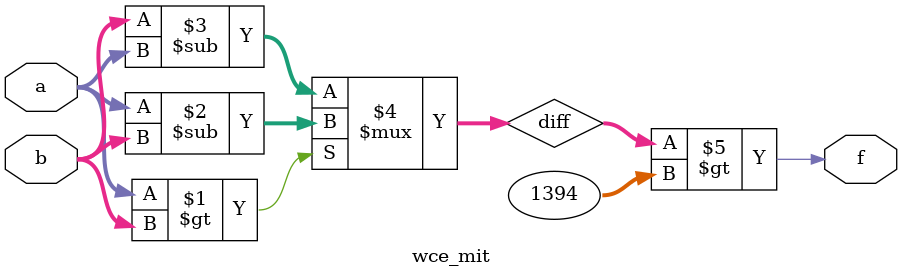
<source format=v>
module wce_mit(a, b, f);
parameter _bit = 18;
parameter wce = 1394;
input [_bit - 1: 0] a;
input [_bit - 1: 0] b;
output f;
wire [_bit - 1: 0] diff;
assign diff = (a > b)? (a - b): (b - a);
assign f = (diff > wce);
endmodule

</source>
